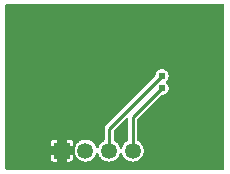
<source format=gbl>
G04 Layer: BottomLayer*
G04 EasyEDA v6.4.7, 2021-01-18T10:53:27+01:00*
G04 59e0d5d531bc4477b05e4d448ace7ff7,8dc9eacff13444d6b60fd3cb587e6cd5,05*
G04 Gerber Generator version 0.2*
G04 Scale: 100 percent, Rotated: No, Reflected: No *
G04 Dimensions in inches *
G04 leading zeros omitted , absolute positions ,2 integer and 4 decimal *
%FSLAX24Y24*%
%MOIN*%
G90*
D02*

%ADD11C,0.009840*%
%ADD13C,0.024000*%
%ADD21R,0.053150X0.053150*%
%ADD22C,0.053150*%

%LPD*%
G36*
G01X7359Y5624D02*
G01X140Y5624D01*
G01X135Y5623D01*
G01X129Y5622D01*
G01X124Y5620D01*
G01X114Y5614D01*
G01X110Y5610D01*
G01X104Y5600D01*
G01X102Y5595D01*
G01X100Y5583D01*
G01X100Y141D01*
G01X102Y129D01*
G01X104Y124D01*
G01X110Y114D01*
G01X114Y110D01*
G01X124Y104D01*
G01X129Y102D01*
G01X135Y101D01*
G01X140Y100D01*
G01X7359Y100D01*
G01X7364Y101D01*
G01X7370Y102D01*
G01X7375Y104D01*
G01X7385Y110D01*
G01X7389Y114D01*
G01X7395Y124D01*
G01X7397Y129D01*
G01X7399Y141D01*
G01X7399Y5583D01*
G01X7397Y5595D01*
G01X7395Y5600D01*
G01X7389Y5610D01*
G01X7385Y5614D01*
G01X7375Y5620D01*
G01X7370Y5622D01*
G01X7364Y5623D01*
G01X7359Y5624D01*
G37*

%LPC*%
G36*
G01X1822Y1111D02*
G01X1705Y1111D01*
G01X1687Y1107D01*
G01X1678Y1104D01*
G01X1669Y1100D01*
G01X1661Y1096D01*
G01X1653Y1091D01*
G01X1646Y1085D01*
G01X1634Y1071D01*
G01X1628Y1063D01*
G01X1620Y1047D01*
G01X1617Y1038D01*
G01X1615Y1029D01*
G01X1614Y1019D01*
G01X1613Y1010D01*
G01X1613Y902D01*
G01X1822Y902D01*
G01X1822Y1111D01*
G37*
G36*
G01X1822Y587D02*
G01X1613Y587D01*
G01X1613Y479D01*
G01X1614Y469D01*
G01X1615Y460D01*
G01X1617Y451D01*
G01X1620Y442D01*
G01X1624Y433D01*
G01X1628Y425D01*
G01X1646Y404D01*
G01X1653Y398D01*
G01X1669Y388D01*
G01X1678Y384D01*
G01X1687Y381D01*
G01X1696Y379D01*
G01X1714Y377D01*
G01X1822Y377D01*
G01X1822Y587D01*
G37*
G36*
G01X5330Y3455D02*
G01X5303Y3455D01*
G01X5289Y3454D01*
G01X5276Y3452D01*
G01X5263Y3449D01*
G01X5237Y3441D01*
G01X5224Y3435D01*
G01X5212Y3429D01*
G01X5200Y3422D01*
G01X5189Y3415D01*
G01X5178Y3406D01*
G01X5168Y3398D01*
G01X5158Y3388D01*
G01X5140Y3368D01*
G01X5133Y3356D01*
G01X5125Y3345D01*
G01X5119Y3333D01*
G01X5113Y3320D01*
G01X5108Y3308D01*
G01X5104Y3295D01*
G01X5101Y3282D01*
G01X5098Y3268D01*
G01X5097Y3255D01*
G01X5096Y3241D01*
G01X5095Y3235D01*
G01X5094Y3230D01*
G01X5091Y3224D01*
G01X5088Y3219D01*
G01X5084Y3214D01*
G01X3449Y1579D01*
G01X3433Y1561D01*
G01X3421Y1541D01*
G01X3416Y1530D01*
G01X3412Y1519D01*
G01X3409Y1508D01*
G01X3405Y1484D01*
G01X3405Y1104D01*
G01X3403Y1092D01*
G01X3400Y1086D01*
G01X3397Y1081D01*
G01X3393Y1076D01*
G01X3389Y1072D01*
G01X3384Y1068D01*
G01X3368Y1060D01*
G01X3338Y1040D01*
G01X3310Y1018D01*
G01X3297Y1005D01*
G01X3273Y979D01*
G01X3262Y965D01*
G01X3251Y950D01*
G01X3242Y935D01*
G01X3233Y919D01*
G01X3225Y904D01*
G01X3217Y887D01*
G01X3211Y871D01*
G01X3205Y854D01*
G01X3200Y837D01*
G01X3198Y831D01*
G01X3192Y821D01*
G01X3188Y817D01*
G01X3183Y813D01*
G01X3178Y810D01*
G01X3173Y808D01*
G01X3161Y806D01*
G01X3155Y807D01*
G01X3150Y808D01*
G01X3144Y810D01*
G01X3139Y813D01*
G01X3135Y817D01*
G01X3130Y821D01*
G01X3124Y831D01*
G01X3123Y837D01*
G01X3118Y853D01*
G01X3112Y869D01*
G01X3106Y886D01*
G01X3099Y901D01*
G01X3091Y917D01*
G01X3083Y932D01*
G01X3074Y946D01*
G01X3064Y961D01*
G01X3042Y987D01*
G01X3030Y1000D01*
G01X3018Y1012D01*
G01X3005Y1024D01*
G01X2992Y1034D01*
G01X2978Y1045D01*
G01X2964Y1054D01*
G01X2949Y1063D01*
G01X2934Y1071D01*
G01X2918Y1079D01*
G01X2870Y1097D01*
G01X2836Y1105D01*
G01X2819Y1107D01*
G01X2802Y1110D01*
G01X2785Y1111D01*
G01X2750Y1111D01*
G01X2714Y1107D01*
G01X2697Y1104D01*
G01X2679Y1100D01*
G01X2662Y1096D01*
G01X2646Y1090D01*
G01X2629Y1084D01*
G01X2613Y1077D01*
G01X2597Y1069D01*
G01X2581Y1060D01*
G01X2566Y1051D01*
G01X2551Y1041D01*
G01X2537Y1030D01*
G01X2511Y1006D01*
G01X2499Y994D01*
G01X2487Y980D01*
G01X2476Y967D01*
G01X2465Y952D01*
G01X2455Y937D01*
G01X2447Y922D01*
G01X2438Y906D01*
G01X2424Y874D01*
G01X2422Y868D01*
G01X2418Y863D01*
G01X2418Y856D01*
G01X2416Y850D01*
G01X2408Y816D01*
G01X2402Y780D01*
G01X2401Y762D01*
G01X2401Y726D01*
G01X2402Y708D01*
G01X2405Y691D01*
G01X2408Y673D01*
G01X2412Y655D01*
G01X2416Y638D01*
G01X2418Y632D01*
G01X2418Y626D01*
G01X2422Y621D01*
G01X2424Y615D01*
G01X2431Y599D01*
G01X2438Y582D01*
G01X2447Y567D01*
G01X2455Y551D01*
G01X2465Y537D01*
G01X2476Y522D01*
G01X2487Y508D01*
G01X2511Y482D01*
G01X2524Y470D01*
G01X2537Y459D01*
G01X2551Y448D01*
G01X2581Y428D01*
G01X2613Y412D01*
G01X2629Y405D01*
G01X2646Y399D01*
G01X2662Y393D01*
G01X2679Y388D01*
G01X2697Y385D01*
G01X2714Y381D01*
G01X2732Y379D01*
G01X2750Y378D01*
G01X2767Y377D01*
G01X2785Y378D01*
G01X2802Y379D01*
G01X2819Y381D01*
G01X2836Y384D01*
G01X2870Y392D01*
G01X2886Y397D01*
G01X2902Y403D01*
G01X2934Y417D01*
G01X2949Y425D01*
G01X2964Y435D01*
G01X2978Y444D01*
G01X2992Y454D01*
G01X3018Y476D01*
G01X3030Y489D01*
G01X3042Y501D01*
G01X3053Y514D01*
G01X3064Y528D01*
G01X3074Y542D01*
G01X3083Y557D01*
G01X3099Y587D01*
G01X3106Y603D01*
G01X3112Y619D01*
G01X3118Y636D01*
G01X3123Y652D01*
G01X3124Y658D01*
G01X3130Y668D01*
G01X3135Y672D01*
G01X3139Y675D01*
G01X3144Y678D01*
G01X3150Y680D01*
G01X3155Y682D01*
G01X3167Y682D01*
G01X3173Y680D01*
G01X3178Y678D01*
G01X3188Y672D01*
G01X3192Y668D01*
G01X3198Y658D01*
G01X3200Y652D01*
G01X3205Y636D01*
G01X3210Y619D01*
G01X3216Y603D01*
G01X3224Y587D01*
G01X3231Y572D01*
G01X3249Y542D01*
G01X3269Y514D01*
G01X3280Y501D01*
G01X3292Y489D01*
G01X3304Y476D01*
G01X3330Y454D01*
G01X3344Y444D01*
G01X3359Y435D01*
G01X3374Y425D01*
G01X3389Y417D01*
G01X3404Y410D01*
G01X3420Y403D01*
G01X3436Y397D01*
G01X3453Y392D01*
G01X3470Y388D01*
G01X3486Y384D01*
G01X3503Y381D01*
G01X3521Y379D01*
G01X3555Y377D01*
G01X3589Y379D01*
G01X3607Y381D01*
G01X3624Y384D01*
G01X3640Y388D01*
G01X3657Y392D01*
G01X3674Y397D01*
G01X3690Y403D01*
G01X3705Y410D01*
G01X3721Y417D01*
G01X3736Y425D01*
G01X3751Y435D01*
G01X3765Y444D01*
G01X3779Y454D01*
G01X3793Y465D01*
G01X3805Y476D01*
G01X3818Y489D01*
G01X3829Y501D01*
G01X3841Y514D01*
G01X3861Y542D01*
G01X3879Y572D01*
G01X3886Y587D01*
G01X3900Y619D01*
G01X3905Y636D01*
G01X3910Y652D01*
G01X3912Y658D01*
G01X3914Y663D01*
G01X3918Y668D01*
G01X3922Y672D01*
G01X3926Y675D01*
G01X3932Y678D01*
G01X3937Y680D01*
G01X3943Y682D01*
G01X3954Y682D01*
G01X3960Y680D01*
G01X3965Y678D01*
G01X3971Y675D01*
G01X3975Y672D01*
G01X3979Y668D01*
G01X3983Y663D01*
G01X3986Y658D01*
G01X3987Y652D01*
G01X3992Y636D01*
G01X3998Y619D01*
G01X4004Y603D01*
G01X4011Y587D01*
G01X4027Y557D01*
G01X4036Y542D01*
G01X4046Y528D01*
G01X4057Y514D01*
G01X4068Y501D01*
G01X4079Y489D01*
G01X4092Y476D01*
G01X4104Y465D01*
G01X4118Y454D01*
G01X4132Y444D01*
G01X4146Y435D01*
G01X4161Y425D01*
G01X4176Y417D01*
G01X4208Y403D01*
G01X4224Y397D01*
G01X4240Y392D01*
G01X4274Y384D01*
G01X4291Y381D01*
G01X4308Y379D01*
G01X4342Y377D01*
G01X4360Y378D01*
G01X4377Y379D01*
G01X4395Y381D01*
G01X4412Y384D01*
G01X4429Y388D01*
G01X4446Y393D01*
G01X4462Y398D01*
G01X4479Y404D01*
G01X4495Y411D01*
G01X4510Y418D01*
G01X4526Y427D01*
G01X4540Y436D01*
G01X4555Y445D01*
G01X4583Y467D01*
G01X4595Y479D01*
G01X4608Y491D01*
G01X4620Y504D01*
G01X4630Y518D01*
G01X4641Y531D01*
G01X4651Y546D01*
G01X4660Y561D01*
G01X4668Y576D01*
G01X4676Y592D01*
G01X4683Y608D01*
G01X4689Y624D01*
G01X4699Y658D01*
G01X4705Y692D01*
G01X4707Y710D01*
G01X4709Y727D01*
G01X4709Y762D01*
G01X4708Y779D01*
G01X4699Y830D01*
G01X4695Y847D01*
G01X4683Y879D01*
G01X4669Y911D01*
G01X4661Y926D01*
G01X4652Y941D01*
G01X4632Y969D01*
G01X4610Y995D01*
G01X4598Y1008D01*
G01X4585Y1019D01*
G01X4572Y1031D01*
G01X4544Y1051D01*
G01X4529Y1060D01*
G01X4514Y1068D01*
G01X4504Y1076D01*
G01X4500Y1081D01*
G01X4497Y1086D01*
G01X4493Y1098D01*
G01X4492Y1104D01*
G01X4492Y1768D01*
G01X4493Y1774D01*
G01X4497Y1786D01*
G01X4500Y1791D01*
G01X4504Y1796D01*
G01X5297Y2588D01*
G01X5301Y2592D01*
G01X5306Y2595D01*
G01X5312Y2598D01*
G01X5317Y2600D01*
G01X5324Y2600D01*
G01X5337Y2601D01*
G01X5351Y2603D01*
G01X5364Y2605D01*
G01X5377Y2608D01*
G01X5390Y2612D01*
G01X5403Y2618D01*
G01X5415Y2623D01*
G01X5439Y2637D01*
G01X5461Y2653D01*
G01X5471Y2662D01*
G01X5489Y2682D01*
G01X5497Y2693D01*
G01X5505Y2705D01*
G01X5512Y2717D01*
G01X5517Y2729D01*
G01X5523Y2741D01*
G01X5531Y2767D01*
G01X5534Y2780D01*
G01X5536Y2794D01*
G01X5537Y2807D01*
G01X5538Y2821D01*
G01X5537Y2835D01*
G01X5536Y2848D01*
G01X5534Y2861D01*
G01X5531Y2874D01*
G01X5523Y2900D01*
G01X5518Y2912D01*
G01X5512Y2925D01*
G01X5505Y2936D01*
G01X5498Y2948D01*
G01X5490Y2958D01*
G01X5481Y2969D01*
G01X5472Y2978D01*
G01X5452Y2996D01*
G01X5447Y3000D01*
G01X5443Y3005D01*
G01X5440Y3010D01*
G01X5438Y3016D01*
G01X5436Y3028D01*
G01X5438Y3040D01*
G01X5440Y3045D01*
G01X5443Y3050D01*
G01X5447Y3055D01*
G01X5452Y3059D01*
G01X5472Y3077D01*
G01X5490Y3097D01*
G01X5498Y3108D01*
G01X5505Y3119D01*
G01X5512Y3131D01*
G01X5518Y3143D01*
G01X5523Y3155D01*
G01X5531Y3181D01*
G01X5534Y3194D01*
G01X5536Y3207D01*
G01X5538Y3235D01*
G01X5536Y3261D01*
G01X5534Y3274D01*
G01X5528Y3300D01*
G01X5523Y3313D01*
G01X5518Y3325D01*
G01X5506Y3349D01*
G01X5499Y3360D01*
G01X5491Y3371D01*
G01X5473Y3391D01*
G01X5463Y3400D01*
G01X5453Y3408D01*
G01X5431Y3424D01*
G01X5420Y3430D01*
G01X5408Y3436D01*
G01X5395Y3441D01*
G01X5383Y3445D01*
G01X5370Y3449D01*
G01X5357Y3452D01*
G01X5343Y3454D01*
G01X5330Y3455D01*
G37*
G36*
G01X2255Y1111D02*
G01X2138Y1111D01*
G01X2138Y902D01*
G01X2347Y902D01*
G01X2347Y1019D01*
G01X2345Y1029D01*
G01X2343Y1038D01*
G01X2340Y1047D01*
G01X2332Y1063D01*
G01X2326Y1071D01*
G01X2321Y1078D01*
G01X2314Y1085D01*
G01X2307Y1091D01*
G01X2299Y1096D01*
G01X2291Y1100D01*
G01X2282Y1104D01*
G01X2274Y1107D01*
G01X2264Y1109D01*
G01X2255Y1111D01*
G37*
G36*
G01X2347Y587D02*
G01X2138Y587D01*
G01X2138Y377D01*
G01X2246Y377D01*
G01X2264Y379D01*
G01X2274Y381D01*
G01X2282Y384D01*
G01X2291Y388D01*
G01X2307Y398D01*
G01X2314Y404D01*
G01X2321Y411D01*
G01X2326Y418D01*
G01X2332Y425D01*
G01X2336Y433D01*
G01X2340Y442D01*
G01X2343Y451D01*
G01X2347Y469D01*
G01X2347Y587D01*
G37*

%LPD*%
G36*
G01X4158Y1841D02*
G01X4152Y1841D01*
G01X4140Y1839D01*
G01X4134Y1837D01*
G01X4128Y1833D01*
G01X3717Y1422D01*
G01X3713Y1417D01*
G01X3710Y1412D01*
G01X3707Y1406D01*
G01X3705Y1400D01*
G01X3705Y1098D01*
G01X3709Y1086D01*
G01X3712Y1081D01*
G01X3716Y1076D01*
G01X3726Y1068D01*
G01X3742Y1060D01*
G01X3772Y1040D01*
G01X3800Y1018D01*
G01X3813Y1005D01*
G01X3837Y979D01*
G01X3848Y965D01*
G01X3859Y950D01*
G01X3868Y935D01*
G01X3877Y919D01*
G01X3885Y904D01*
G01X3893Y887D01*
G01X3899Y871D01*
G01X3905Y854D01*
G01X3910Y837D01*
G01X3912Y831D01*
G01X3914Y826D01*
G01X3918Y821D01*
G01X3926Y813D01*
G01X3932Y810D01*
G01X3937Y808D01*
G01X3949Y806D01*
G01X3954Y807D01*
G01X3960Y808D01*
G01X3965Y810D01*
G01X3971Y813D01*
G01X3979Y821D01*
G01X3983Y826D01*
G01X3986Y831D01*
G01X3987Y837D01*
G01X3992Y854D01*
G01X3998Y871D01*
G01X4004Y887D01*
G01X4012Y904D01*
G01X4020Y919D01*
G01X4029Y935D01*
G01X4049Y965D01*
G01X4060Y979D01*
G01X4072Y992D01*
G01X4098Y1018D01*
G01X4111Y1029D01*
G01X4125Y1040D01*
G01X4155Y1060D01*
G01X4171Y1068D01*
G01X4181Y1076D01*
G01X4185Y1081D01*
G01X4188Y1086D01*
G01X4192Y1098D01*
G01X4192Y1806D01*
G01X4188Y1818D01*
G01X4186Y1823D01*
G01X4174Y1835D01*
G01X4169Y1837D01*
G01X4163Y1839D01*
G01X4158Y1841D01*
G37*

%LPD*%
G54D11*
G01X4342Y744D02*
G01X4342Y1847D01*
G01X5317Y2821D01*
G01X3555Y744D02*
G01X3555Y1473D01*
G01X5317Y3234D01*
G54D21*
G01X1980Y744D03*
G54D22*
G01X2767Y744D03*
G01X3555Y744D03*
G01X4342Y744D03*
G54D13*
G01X5504Y2467D03*
G01X5550Y525D03*
G01X450Y3625D03*
G01X1900Y1675D03*
G01X1685Y2250D03*
G01X5317Y3234D03*
G01X5317Y2821D03*
M00*
M02*

</source>
